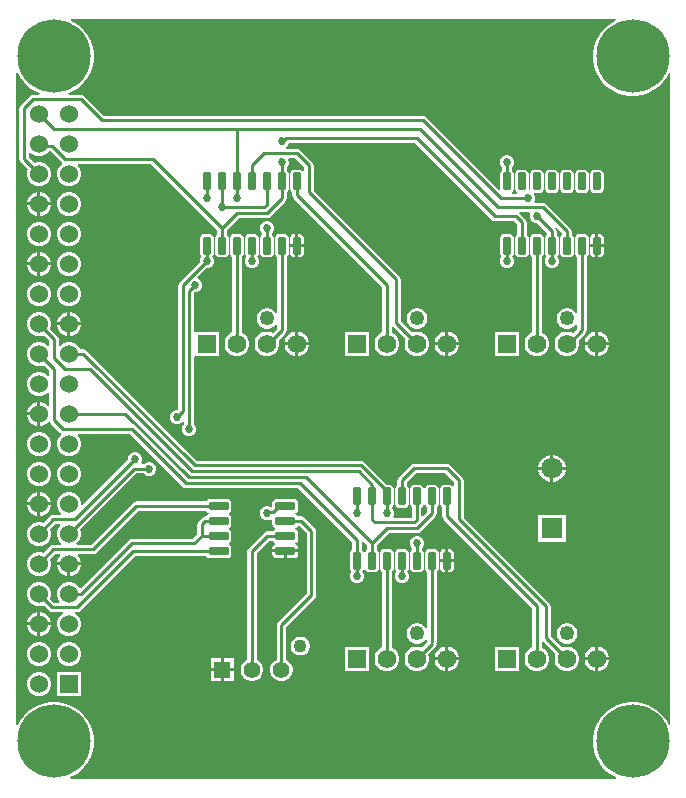
<source format=gtl>
G04*
G04 #@! TF.GenerationSoftware,Altium Limited,Altium Designer,23.0.1 (38)*
G04*
G04 Layer_Physical_Order=1*
G04 Layer_Color=255*
%FSLAX25Y25*%
%MOIN*%
G70*
G04*
G04 #@! TF.SameCoordinates,553BDD90-AE0F-47F2-8343-8C5094A07883*
G04*
G04*
G04 #@! TF.FilePolarity,Positive*
G04*
G01*
G75*
%ADD14C,0.01000*%
G04:AMPARAMS|DCode=15|XSize=23.62mil|YSize=57.09mil|CornerRadius=2.01mil|HoleSize=0mil|Usage=FLASHONLY|Rotation=180.000|XOffset=0mil|YOffset=0mil|HoleType=Round|Shape=RoundedRectangle|*
%AMROUNDEDRECTD15*
21,1,0.02362,0.05307,0,0,180.0*
21,1,0.01961,0.05709,0,0,180.0*
1,1,0.00402,-0.00980,0.02653*
1,1,0.00402,0.00980,0.02653*
1,1,0.00402,0.00980,-0.02653*
1,1,0.00402,-0.00980,-0.02653*
%
%ADD15ROUNDEDRECTD15*%
G04:AMPARAMS|DCode=16|XSize=25.59mil|YSize=64.96mil|CornerRadius=1.92mil|HoleSize=0mil|Usage=FLASHONLY|Rotation=90.000|XOffset=0mil|YOffset=0mil|HoleType=Round|Shape=RoundedRectangle|*
%AMROUNDEDRECTD16*
21,1,0.02559,0.06112,0,0,90.0*
21,1,0.02175,0.06496,0,0,90.0*
1,1,0.00384,0.03056,0.01088*
1,1,0.00384,0.03056,-0.01088*
1,1,0.00384,-0.03056,-0.01088*
1,1,0.00384,-0.03056,0.01088*
%
%ADD16ROUNDEDRECTD16*%
%ADD24C,0.04921*%
%ADD25C,0.06181*%
%ADD26R,0.06181X0.06181*%
%ADD27C,0.04331*%
%ADD28C,0.05512*%
%ADD29R,0.05512X0.05512*%
%ADD31C,0.07087*%
%ADD32R,0.07087X0.07087*%
%ADD33C,0.24410*%
%ADD34R,0.06000X0.06000*%
%ADD35C,0.06000*%
%ADD36C,0.02700*%
G36*
X301421Y354368D02*
X299993Y353640D01*
X298311Y352418D01*
X296841Y350949D01*
X295620Y349267D01*
X294676Y347415D01*
X294034Y345439D01*
X293709Y343386D01*
Y341307D01*
X294034Y339254D01*
X294676Y337278D01*
X295620Y335426D01*
X296841Y333744D01*
X298311Y332275D01*
X299993Y331053D01*
X301845Y330109D01*
X303821Y329467D01*
X305874Y329142D01*
X307953D01*
X310005Y329467D01*
X311982Y330109D01*
X313834Y331053D01*
X315516Y332275D01*
X316985Y333744D01*
X318207Y335426D01*
X318935Y336854D01*
X319435Y336734D01*
Y119612D01*
X318935Y119492D01*
X318207Y120921D01*
X316985Y122602D01*
X315516Y124072D01*
X313834Y125294D01*
X311982Y126237D01*
X310005Y126880D01*
X307953Y127205D01*
X305874D01*
X303821Y126880D01*
X301845Y126237D01*
X299993Y125294D01*
X298311Y124072D01*
X296841Y122602D01*
X295620Y120921D01*
X294676Y119069D01*
X294034Y117092D01*
X293709Y115039D01*
Y112961D01*
X294034Y110908D01*
X294676Y108931D01*
X295620Y107079D01*
X296841Y105398D01*
X298311Y103928D01*
X299993Y102706D01*
X301421Y101978D01*
X301301Y101478D01*
X119612D01*
X119492Y101978D01*
X120921Y102706D01*
X122602Y103928D01*
X124072Y105398D01*
X125294Y107079D01*
X126237Y108931D01*
X126880Y110908D01*
X127205Y112961D01*
Y115039D01*
X126880Y117092D01*
X126237Y119069D01*
X125294Y120921D01*
X124072Y122602D01*
X122602Y124072D01*
X120921Y125294D01*
X119069Y126237D01*
X117092Y126880D01*
X115039Y127205D01*
X112961D01*
X110908Y126880D01*
X108931Y126237D01*
X107079Y125294D01*
X105398Y124072D01*
X103928Y122602D01*
X102706Y120921D01*
X101978Y119492D01*
X101478Y119612D01*
Y336734D01*
X101978Y336854D01*
X102706Y335426D01*
X103928Y333744D01*
X105398Y332275D01*
X107079Y331053D01*
X108931Y330109D01*
X109196Y330023D01*
X109117Y329529D01*
X107000D01*
X106415Y329413D01*
X105919Y329081D01*
X102919Y326081D01*
X102587Y325585D01*
X102471Y325000D01*
Y308173D01*
X102587Y307588D01*
X102919Y307092D01*
X105280Y304730D01*
X105273Y304717D01*
X105000Y303700D01*
Y302647D01*
X105273Y301629D01*
X105799Y300717D01*
X106544Y299972D01*
X107456Y299446D01*
X108473Y299173D01*
X109527D01*
X110544Y299446D01*
X111456Y299972D01*
X112201Y300717D01*
X112727Y301629D01*
X113000Y302647D01*
Y303700D01*
X112727Y304717D01*
X112201Y305629D01*
X111456Y306374D01*
X110544Y306901D01*
X109527Y307173D01*
X108473D01*
X107456Y306901D01*
X107443Y306893D01*
X105529Y308807D01*
Y310280D01*
X106029Y310487D01*
X106544Y309972D01*
X107456Y309446D01*
X108473Y309173D01*
X109527D01*
X110544Y309446D01*
X111456Y309972D01*
X112201Y310717D01*
X112237Y310780D01*
X112866D01*
X116640Y307007D01*
X116666Y306444D01*
X116544Y306374D01*
X115799Y305629D01*
X115273Y304717D01*
X115000Y303700D01*
Y302647D01*
X115273Y301629D01*
X115799Y300717D01*
X116544Y299972D01*
X117456Y299446D01*
X118473Y299173D01*
X119527D01*
X120544Y299446D01*
X121456Y299972D01*
X122201Y300717D01*
X122727Y301629D01*
X123000Y302647D01*
Y303700D01*
X122727Y304717D01*
X122201Y305629D01*
X121860Y305971D01*
X122067Y306471D01*
X146367D01*
X168471Y284366D01*
Y283002D01*
X168154Y282791D01*
X167889Y282394D01*
X167795Y281925D01*
Y276618D01*
X167889Y276150D01*
X168154Y275752D01*
X168551Y275487D01*
X169020Y275394D01*
X170980D01*
X171449Y275487D01*
X171846Y275752D01*
X172111Y276150D01*
X172205Y276618D01*
Y281925D01*
X172111Y282394D01*
X171846Y282791D01*
X171529Y283002D01*
Y284366D01*
X175634Y288471D01*
X185000D01*
X185585Y288587D01*
X186081Y288919D01*
X191081Y293919D01*
X191413Y294415D01*
X191529Y295000D01*
Y296997D01*
X191846Y297209D01*
X192111Y297606D01*
X192205Y298075D01*
Y303382D01*
X192111Y303850D01*
X191846Y304248D01*
X191529Y304459D01*
Y305206D01*
X191992Y305669D01*
X192350Y306533D01*
Y307467D01*
X192142Y307971D01*
X192476Y308471D01*
X194367D01*
X197471Y305366D01*
Y304213D01*
X196971Y304061D01*
X196846Y304248D01*
X196449Y304513D01*
X195980Y304606D01*
X194020D01*
X193551Y304513D01*
X193154Y304248D01*
X192889Y303850D01*
X192795Y303382D01*
Y298075D01*
X192889Y297606D01*
X193154Y297209D01*
X193471Y296997D01*
Y296000D01*
X193587Y295415D01*
X193919Y294919D01*
X223471Y265367D01*
Y250321D01*
X223421Y250308D01*
X222488Y249769D01*
X221727Y249008D01*
X221188Y248075D01*
X220910Y247035D01*
Y245957D01*
X221188Y244917D01*
X221727Y243984D01*
X222488Y243223D01*
X223421Y242684D01*
X224462Y242406D01*
X225538D01*
X226579Y242684D01*
X227512Y243223D01*
X228273Y243984D01*
X228812Y244917D01*
X229090Y245957D01*
Y247035D01*
X228812Y248075D01*
X228273Y249008D01*
X227512Y249769D01*
X226579Y250308D01*
X226529Y250321D01*
Y252119D01*
X226592Y252167D01*
X227029Y252304D01*
X231214Y248119D01*
X231188Y248075D01*
X230909Y247035D01*
Y245957D01*
X231188Y244917D01*
X231727Y243984D01*
X232488Y243223D01*
X233421Y242684D01*
X234461Y242406D01*
X235539D01*
X236579Y242684D01*
X237512Y243223D01*
X238273Y243984D01*
X238812Y244917D01*
X239090Y245957D01*
Y247035D01*
X238812Y248075D01*
X238273Y249008D01*
X237512Y249769D01*
X236579Y250308D01*
X235539Y250587D01*
X234461D01*
X233421Y250308D01*
X233377Y250282D01*
X229529Y254130D01*
Y268000D01*
X229413Y268585D01*
X229081Y269081D01*
X200529Y297634D01*
Y306000D01*
X200413Y306585D01*
X200081Y307081D01*
X196081Y311081D01*
X195585Y311413D01*
X195000Y311529D01*
X191483D01*
X191360Y311918D01*
X191353Y312029D01*
X191992Y312669D01*
X192324Y313471D01*
X234366D01*
X259919Y287919D01*
X260415Y287587D01*
X261000Y287471D01*
X267367D01*
X268471Y286367D01*
Y283002D01*
X268154Y282791D01*
X267889Y282394D01*
X267795Y281925D01*
Y276618D01*
X267889Y276150D01*
X268154Y275752D01*
X268551Y275487D01*
X269020Y275394D01*
X270980D01*
X271449Y275487D01*
X271846Y275752D01*
X272111Y276150D01*
X272205Y276618D01*
Y281925D01*
X272111Y282394D01*
X271846Y282791D01*
X271529Y283002D01*
Y287000D01*
X271413Y287585D01*
X271081Y288081D01*
X269192Y289971D01*
X269329Y290408D01*
X269377Y290471D01*
X272524D01*
X272858Y289971D01*
X272650Y289467D01*
Y288533D01*
X273008Y287669D01*
X273669Y287008D01*
X274533Y286650D01*
X275187D01*
X278381Y283456D01*
X278345Y282919D01*
X278154Y282791D01*
X277889Y282394D01*
X277795Y281925D01*
Y276618D01*
X277889Y276150D01*
X278154Y275752D01*
X278179Y275502D01*
X278008Y275331D01*
X277650Y274467D01*
Y273533D01*
X278008Y272669D01*
X278669Y272008D01*
X279533Y271650D01*
X280467D01*
X281331Y272008D01*
X281992Y272669D01*
X282350Y273533D01*
Y274467D01*
X281992Y275331D01*
X281821Y275502D01*
X281846Y275752D01*
X282111Y276150D01*
X282205Y276618D01*
Y281925D01*
X282111Y282394D01*
X281846Y282791D01*
X281529Y283002D01*
Y284000D01*
X281413Y284585D01*
X281148Y284982D01*
X281536Y285301D01*
X283381Y283456D01*
X283345Y282919D01*
X283154Y282791D01*
X282889Y282394D01*
X282795Y281925D01*
Y276618D01*
X282889Y276150D01*
X283154Y275752D01*
X283551Y275487D01*
X284020Y275394D01*
X285980D01*
X286449Y275487D01*
X286846Y275752D01*
X287111Y276150D01*
X287205Y276618D01*
Y281925D01*
X287111Y282394D01*
X286846Y282791D01*
X286529Y283002D01*
Y284000D01*
X286413Y284585D01*
X286081Y285081D01*
X278081Y293081D01*
X277585Y293413D01*
X277000Y293529D01*
X274476D01*
X274142Y294029D01*
X274350Y294533D01*
Y295467D01*
X273992Y296331D01*
X273956Y296367D01*
X273965Y296433D01*
X274180Y296850D01*
X275980D01*
X276449Y296944D01*
X276846Y297209D01*
X277111Y297606D01*
X277205Y298075D01*
Y303382D01*
X277111Y303850D01*
X276846Y304248D01*
X276449Y304513D01*
X275980Y304606D01*
X274020D01*
X273551Y304513D01*
X273154Y304248D01*
X272889Y303850D01*
X272795Y303382D01*
Y298203D01*
X272569Y297899D01*
X272485Y297833D01*
X272205Y298075D01*
Y303382D01*
X272111Y303850D01*
X271846Y304248D01*
X271449Y304513D01*
X270980Y304606D01*
X269020D01*
X268551Y304513D01*
X268154Y304248D01*
X267889Y303850D01*
X267795Y303382D01*
Y298075D01*
X267889Y297606D01*
X268154Y297209D01*
X268423Y297029D01*
X268271Y296529D01*
X266729D01*
X266577Y297029D01*
X266846Y297209D01*
X267111Y297606D01*
X267205Y298075D01*
Y303382D01*
X267111Y303850D01*
X266846Y304248D01*
X266529Y304459D01*
Y305206D01*
X266992Y305669D01*
X267350Y306533D01*
Y307467D01*
X266992Y308331D01*
X266331Y308992D01*
X265467Y309350D01*
X264533D01*
X263669Y308992D01*
X263008Y308331D01*
X262650Y307467D01*
Y306533D01*
X263008Y305669D01*
X263471Y305206D01*
Y304459D01*
X263154Y304248D01*
X262889Y303850D01*
X262795Y303382D01*
Y298075D01*
X262795Y298075D01*
X262335Y297828D01*
X238081Y322081D01*
X237585Y322413D01*
X237000Y322529D01*
X130633D01*
X124081Y329081D01*
X123585Y329413D01*
X123000Y329529D01*
X118883D01*
X118804Y330023D01*
X119069Y330109D01*
X120921Y331053D01*
X122602Y332275D01*
X124072Y333744D01*
X125294Y335426D01*
X126237Y337278D01*
X126880Y339254D01*
X127205Y341307D01*
Y343386D01*
X126880Y345439D01*
X126237Y347415D01*
X125294Y349267D01*
X124072Y350949D01*
X122602Y352418D01*
X120921Y353640D01*
X119492Y354368D01*
X119612Y354868D01*
X301301D01*
X301421Y354368D01*
D02*
G37*
%LPC*%
G36*
X295980Y304606D02*
X294020D01*
X293551Y304513D01*
X293154Y304248D01*
X292889Y303850D01*
X292795Y303382D01*
Y298075D01*
X292889Y297606D01*
X293154Y297209D01*
X293551Y296944D01*
X294020Y296850D01*
X295980D01*
X296449Y296944D01*
X296846Y297209D01*
X297111Y297606D01*
X297205Y298075D01*
Y303382D01*
X297111Y303850D01*
X296846Y304248D01*
X296449Y304513D01*
X295980Y304606D01*
D02*
G37*
G36*
X290980D02*
X289020D01*
X288551Y304513D01*
X288154Y304248D01*
X287889Y303850D01*
X287795Y303382D01*
Y298075D01*
X287889Y297606D01*
X288154Y297209D01*
X288551Y296944D01*
X289020Y296850D01*
X290980D01*
X291449Y296944D01*
X291846Y297209D01*
X292111Y297606D01*
X292205Y298075D01*
Y303382D01*
X292111Y303850D01*
X291846Y304248D01*
X291449Y304513D01*
X290980Y304606D01*
D02*
G37*
G36*
X285980D02*
X284020D01*
X283551Y304513D01*
X283154Y304248D01*
X282889Y303850D01*
X282795Y303382D01*
Y298075D01*
X282889Y297606D01*
X283154Y297209D01*
X283551Y296944D01*
X284020Y296850D01*
X285980D01*
X286449Y296944D01*
X286846Y297209D01*
X287111Y297606D01*
X287205Y298075D01*
Y303382D01*
X287111Y303850D01*
X286846Y304248D01*
X286449Y304513D01*
X285980Y304606D01*
D02*
G37*
G36*
X280980D02*
X279020D01*
X278551Y304513D01*
X278154Y304248D01*
X277889Y303850D01*
X277795Y303382D01*
Y298075D01*
X277889Y297606D01*
X278154Y297209D01*
X278551Y296944D01*
X279020Y296850D01*
X280980D01*
X281449Y296944D01*
X281846Y297209D01*
X282111Y297606D01*
X282205Y298075D01*
Y303382D01*
X282111Y303850D01*
X281846Y304248D01*
X281449Y304513D01*
X280980Y304606D01*
D02*
G37*
G36*
X109527Y297173D02*
X109500D01*
Y293673D01*
X113000D01*
Y293700D01*
X112727Y294717D01*
X112201Y295629D01*
X111456Y296374D01*
X110544Y296901D01*
X109527Y297173D01*
D02*
G37*
G36*
X108500D02*
X108473D01*
X107456Y296901D01*
X106544Y296374D01*
X105799Y295629D01*
X105273Y294717D01*
X105000Y293700D01*
Y293673D01*
X108500D01*
Y297173D01*
D02*
G37*
G36*
X119527D02*
X118473D01*
X117456Y296901D01*
X116544Y296374D01*
X115799Y295629D01*
X115273Y294717D01*
X115000Y293700D01*
Y292647D01*
X115273Y291629D01*
X115799Y290717D01*
X116544Y289972D01*
X117456Y289446D01*
X118473Y289173D01*
X119527D01*
X120544Y289446D01*
X121456Y289972D01*
X122201Y290717D01*
X122727Y291629D01*
X123000Y292647D01*
Y293700D01*
X122727Y294717D01*
X122201Y295629D01*
X121456Y296374D01*
X120544Y296901D01*
X119527Y297173D01*
D02*
G37*
G36*
X113000Y292673D02*
X109500D01*
Y289173D01*
X109527D01*
X110544Y289446D01*
X111456Y289972D01*
X112201Y290717D01*
X112727Y291629D01*
X113000Y292647D01*
Y292673D01*
D02*
G37*
G36*
X108500D02*
X105000D01*
Y292647D01*
X105273Y291629D01*
X105799Y290717D01*
X106544Y289972D01*
X107456Y289446D01*
X108473Y289173D01*
X108500D01*
Y292673D01*
D02*
G37*
G36*
X195980Y283150D02*
X195500D01*
Y279772D01*
X197205D01*
Y281925D01*
X197111Y282394D01*
X196846Y282791D01*
X196449Y283056D01*
X195980Y283150D01*
D02*
G37*
G36*
X295980D02*
X295500D01*
Y279772D01*
X297205D01*
Y281925D01*
X297111Y282394D01*
X296846Y282791D01*
X296449Y283056D01*
X295980Y283150D01*
D02*
G37*
G36*
X194500D02*
X194020D01*
X193551Y283056D01*
X193154Y282791D01*
X192889Y282394D01*
X192795Y281925D01*
Y279772D01*
X194500D01*
Y283150D01*
D02*
G37*
G36*
X294500D02*
X294020D01*
X293551Y283056D01*
X293154Y282791D01*
X292889Y282394D01*
X292795Y281925D01*
Y279772D01*
X294500D01*
Y283150D01*
D02*
G37*
G36*
X119527Y287173D02*
X118473D01*
X117456Y286901D01*
X116544Y286374D01*
X115799Y285629D01*
X115273Y284717D01*
X115000Y283700D01*
Y282647D01*
X115273Y281629D01*
X115799Y280717D01*
X116544Y279972D01*
X117456Y279446D01*
X118473Y279173D01*
X119527D01*
X120544Y279446D01*
X121456Y279972D01*
X122201Y280717D01*
X122727Y281629D01*
X123000Y282647D01*
Y283700D01*
X122727Y284717D01*
X122201Y285629D01*
X121456Y286374D01*
X120544Y286901D01*
X119527Y287173D01*
D02*
G37*
G36*
X109527D02*
X108473D01*
X107456Y286901D01*
X106544Y286374D01*
X105799Y285629D01*
X105273Y284717D01*
X105000Y283700D01*
Y282647D01*
X105273Y281629D01*
X105799Y280717D01*
X106544Y279972D01*
X107456Y279446D01*
X108473Y279173D01*
X109527D01*
X110544Y279446D01*
X111456Y279972D01*
X112201Y280717D01*
X112727Y281629D01*
X113000Y282647D01*
Y283700D01*
X112727Y284717D01*
X112201Y285629D01*
X111456Y286374D01*
X110544Y286901D01*
X109527Y287173D01*
D02*
G37*
G36*
X297205Y278772D02*
X295500D01*
Y275394D01*
X295980D01*
X296449Y275487D01*
X296846Y275752D01*
X297111Y276150D01*
X297205Y276618D01*
Y278772D01*
D02*
G37*
G36*
X294500D02*
X292795D01*
Y276618D01*
X292889Y276150D01*
X293154Y275752D01*
X293551Y275487D01*
X294020Y275394D01*
X294500D01*
Y278772D01*
D02*
G37*
G36*
X197205D02*
X195500D01*
Y275394D01*
X195980D01*
X196449Y275487D01*
X196846Y275752D01*
X197111Y276150D01*
X197205Y276618D01*
Y278772D01*
D02*
G37*
G36*
X194500D02*
X192795D01*
Y276618D01*
X192889Y276150D01*
X193154Y275752D01*
X193551Y275487D01*
X194020Y275394D01*
X194500D01*
Y278772D01*
D02*
G37*
G36*
X185467Y287350D02*
X184533D01*
X183669Y286992D01*
X183008Y286331D01*
X182650Y285467D01*
Y284533D01*
X183008Y283669D01*
X183247Y283429D01*
X183197Y282820D01*
X183154Y282791D01*
X182889Y282394D01*
X182795Y281925D01*
Y276618D01*
X182889Y276150D01*
X183154Y275752D01*
X183551Y275487D01*
X184020Y275394D01*
X185980D01*
X186449Y275487D01*
X186846Y275752D01*
X187111Y276150D01*
X187205Y276618D01*
Y281925D01*
X187111Y282394D01*
X186846Y282791D01*
X186803Y282820D01*
X186752Y283429D01*
X186992Y283669D01*
X187350Y284533D01*
Y285467D01*
X186992Y286331D01*
X186331Y286992D01*
X185467Y287350D01*
D02*
G37*
G36*
X109527Y277173D02*
X109500D01*
Y273673D01*
X113000D01*
Y273700D01*
X112727Y274717D01*
X112201Y275629D01*
X111456Y276374D01*
X110544Y276901D01*
X109527Y277173D01*
D02*
G37*
G36*
X108500D02*
X108473D01*
X107456Y276901D01*
X106544Y276374D01*
X105799Y275629D01*
X105273Y274717D01*
X105000Y273700D01*
Y273673D01*
X108500D01*
Y277173D01*
D02*
G37*
G36*
X265980Y283150D02*
X264020D01*
X263551Y283056D01*
X263154Y282791D01*
X262889Y282394D01*
X262795Y281925D01*
Y276618D01*
X262889Y276150D01*
X263154Y275752D01*
X263179Y275502D01*
X263008Y275331D01*
X262650Y274467D01*
Y273533D01*
X263008Y272669D01*
X263669Y272008D01*
X264533Y271650D01*
X265467D01*
X266331Y272008D01*
X266992Y272669D01*
X267350Y273533D01*
Y274467D01*
X266992Y275331D01*
X266821Y275502D01*
X266846Y275752D01*
X267111Y276150D01*
X267205Y276618D01*
Y281925D01*
X267111Y282394D01*
X266846Y282791D01*
X266449Y283056D01*
X265980Y283150D01*
D02*
G37*
G36*
X180980D02*
X179020D01*
X178551Y283056D01*
X178154Y282791D01*
X177889Y282394D01*
X177795Y281925D01*
Y276618D01*
X177889Y276150D01*
X178154Y275752D01*
X178179Y275502D01*
X178008Y275331D01*
X177650Y274467D01*
Y273533D01*
X178008Y272669D01*
X178669Y272008D01*
X179533Y271650D01*
X180467D01*
X181331Y272008D01*
X181992Y272669D01*
X182350Y273533D01*
Y274467D01*
X181992Y275331D01*
X181821Y275502D01*
X181846Y275752D01*
X182111Y276150D01*
X182205Y276618D01*
Y281925D01*
X182111Y282394D01*
X181846Y282791D01*
X181449Y283056D01*
X180980Y283150D01*
D02*
G37*
G36*
X119527Y277173D02*
X118473D01*
X117456Y276901D01*
X116544Y276374D01*
X115799Y275629D01*
X115273Y274717D01*
X115000Y273700D01*
Y272647D01*
X115273Y271629D01*
X115799Y270717D01*
X116544Y269972D01*
X117456Y269446D01*
X118473Y269173D01*
X119527D01*
X120544Y269446D01*
X121456Y269972D01*
X122201Y270717D01*
X122727Y271629D01*
X123000Y272647D01*
Y273700D01*
X122727Y274717D01*
X122201Y275629D01*
X121456Y276374D01*
X120544Y276901D01*
X119527Y277173D01*
D02*
G37*
G36*
X113000Y272673D02*
X109500D01*
Y269173D01*
X109527D01*
X110544Y269446D01*
X111456Y269972D01*
X112201Y270717D01*
X112727Y271629D01*
X113000Y272647D01*
Y272673D01*
D02*
G37*
G36*
X108500D02*
X105000D01*
Y272647D01*
X105273Y271629D01*
X105799Y270717D01*
X106544Y269972D01*
X107456Y269446D01*
X108473Y269173D01*
X108500D01*
Y272673D01*
D02*
G37*
G36*
X119527Y267173D02*
X118473D01*
X117456Y266901D01*
X116544Y266374D01*
X115799Y265629D01*
X115273Y264717D01*
X115000Y263700D01*
Y262647D01*
X115273Y261629D01*
X115799Y260717D01*
X116544Y259972D01*
X117456Y259446D01*
X118473Y259173D01*
X119527D01*
X120544Y259446D01*
X121456Y259972D01*
X122201Y260717D01*
X122727Y261629D01*
X123000Y262647D01*
Y263700D01*
X122727Y264717D01*
X122201Y265629D01*
X121456Y266374D01*
X120544Y266901D01*
X119527Y267173D01*
D02*
G37*
G36*
X109527D02*
X108473D01*
X107456Y266901D01*
X106544Y266374D01*
X105799Y265629D01*
X105273Y264717D01*
X105000Y263700D01*
Y262647D01*
X105273Y261629D01*
X105799Y260717D01*
X106544Y259972D01*
X107456Y259446D01*
X108473Y259173D01*
X109527D01*
X110544Y259446D01*
X111456Y259972D01*
X112201Y260717D01*
X112727Y261629D01*
X113000Y262647D01*
Y263700D01*
X112727Y264717D01*
X112201Y265629D01*
X111456Y266374D01*
X110544Y266901D01*
X109527Y267173D01*
D02*
G37*
G36*
X290980Y283150D02*
X289020D01*
X288551Y283056D01*
X288154Y282791D01*
X287889Y282394D01*
X287795Y281925D01*
Y276618D01*
X287889Y276150D01*
X288154Y275752D01*
X288471Y275541D01*
Y256910D01*
X287971Y256776D01*
X287769Y257125D01*
X287125Y257769D01*
X286336Y258225D01*
X285456Y258461D01*
X284544D01*
X283664Y258225D01*
X282875Y257769D01*
X282231Y257125D01*
X281775Y256336D01*
X281539Y255456D01*
Y254544D01*
X281775Y253664D01*
X282231Y252875D01*
X282875Y252231D01*
X283664Y251775D01*
X284544Y251539D01*
X285456D01*
X286336Y251775D01*
X287125Y252231D01*
X287769Y252875D01*
X287971Y253224D01*
X288471Y253090D01*
Y251634D01*
X286938Y250101D01*
X286579Y250308D01*
X285539Y250587D01*
X284461D01*
X283421Y250308D01*
X282488Y249769D01*
X281727Y249008D01*
X281188Y248075D01*
X280909Y247035D01*
Y245957D01*
X281188Y244917D01*
X281727Y243984D01*
X282488Y243223D01*
X283421Y242684D01*
X284461Y242406D01*
X285539D01*
X286579Y242684D01*
X287512Y243223D01*
X288273Y243984D01*
X288812Y244917D01*
X289090Y245957D01*
Y247035D01*
X288902Y247739D01*
X291081Y249919D01*
X291413Y250415D01*
X291529Y251000D01*
Y275541D01*
X291846Y275752D01*
X292111Y276150D01*
X292205Y276618D01*
Y281925D01*
X292111Y282394D01*
X291846Y282791D01*
X291449Y283056D01*
X290980Y283150D01*
D02*
G37*
G36*
X190980D02*
X189020D01*
X188551Y283056D01*
X188154Y282791D01*
X187889Y282394D01*
X187795Y281925D01*
Y276618D01*
X187889Y276150D01*
X188154Y275752D01*
X188471Y275541D01*
Y256910D01*
X187971Y256776D01*
X187769Y257125D01*
X187125Y257769D01*
X186336Y258225D01*
X185456Y258461D01*
X184544D01*
X183664Y258225D01*
X182875Y257769D01*
X182231Y257125D01*
X181775Y256336D01*
X181539Y255456D01*
Y254544D01*
X181775Y253664D01*
X182231Y252875D01*
X182875Y252231D01*
X183664Y251775D01*
X184544Y251539D01*
X185456D01*
X186336Y251775D01*
X187125Y252231D01*
X187769Y252875D01*
X187971Y253224D01*
X188471Y253090D01*
Y251634D01*
X186938Y250101D01*
X186579Y250308D01*
X185538Y250587D01*
X184461D01*
X183421Y250308D01*
X182488Y249769D01*
X181727Y249008D01*
X181188Y248075D01*
X180909Y247035D01*
Y245957D01*
X181188Y244917D01*
X181727Y243984D01*
X182488Y243223D01*
X183421Y242684D01*
X184461Y242406D01*
X185538D01*
X186579Y242684D01*
X187512Y243223D01*
X188273Y243984D01*
X188812Y244917D01*
X189091Y245957D01*
Y247035D01*
X188902Y247739D01*
X191081Y249919D01*
X191413Y250415D01*
X191529Y251000D01*
Y275541D01*
X191846Y275752D01*
X192111Y276150D01*
X192205Y276618D01*
Y281925D01*
X192111Y282394D01*
X191846Y282791D01*
X191449Y283056D01*
X190980Y283150D01*
D02*
G37*
G36*
X119527Y257173D02*
X119500D01*
Y253673D01*
X123000D01*
Y253700D01*
X122727Y254717D01*
X122201Y255629D01*
X121456Y256374D01*
X120544Y256901D01*
X119527Y257173D01*
D02*
G37*
G36*
X118500D02*
X118473D01*
X117456Y256901D01*
X116544Y256374D01*
X115799Y255629D01*
X115273Y254717D01*
X115000Y253700D01*
Y253673D01*
X118500D01*
Y257173D01*
D02*
G37*
G36*
X235456Y258461D02*
X234544D01*
X233664Y258225D01*
X232875Y257769D01*
X232231Y257125D01*
X231775Y256336D01*
X231539Y255456D01*
Y254544D01*
X231775Y253664D01*
X232231Y252875D01*
X232875Y252231D01*
X233664Y251775D01*
X234544Y251539D01*
X235456D01*
X236336Y251775D01*
X237125Y252231D01*
X237769Y252875D01*
X238225Y253664D01*
X238461Y254544D01*
Y255456D01*
X238225Y256336D01*
X237769Y257125D01*
X237125Y257769D01*
X236336Y258225D01*
X235456Y258461D01*
D02*
G37*
G36*
X123000Y252673D02*
X119500D01*
Y249173D01*
X119527D01*
X120544Y249446D01*
X121456Y249972D01*
X122201Y250717D01*
X122727Y251629D01*
X123000Y252647D01*
Y252673D01*
D02*
G37*
G36*
X118500D02*
X115000D01*
Y252647D01*
X115273Y251629D01*
X115799Y250717D01*
X116544Y249972D01*
X117456Y249446D01*
X118473Y249173D01*
X118500D01*
Y252673D01*
D02*
G37*
G36*
X195538Y250587D02*
X195500D01*
Y246996D01*
X199091D01*
Y247035D01*
X198812Y248075D01*
X198273Y249008D01*
X197512Y249769D01*
X196579Y250308D01*
X195538Y250587D01*
D02*
G37*
G36*
X295538D02*
X295500D01*
Y246996D01*
X299091D01*
Y247035D01*
X298812Y248075D01*
X298273Y249008D01*
X297512Y249769D01*
X296579Y250308D01*
X295538Y250587D01*
D02*
G37*
G36*
X245538D02*
X245500D01*
Y246996D01*
X249091D01*
Y247035D01*
X248812Y248075D01*
X248273Y249008D01*
X247512Y249769D01*
X246579Y250308D01*
X245538Y250587D01*
D02*
G37*
G36*
X194500D02*
X194462D01*
X193421Y250308D01*
X192488Y249769D01*
X191727Y249008D01*
X191188Y248075D01*
X190909Y247035D01*
Y246996D01*
X194500D01*
Y250587D01*
D02*
G37*
G36*
X244500D02*
X244461D01*
X243421Y250308D01*
X242488Y249769D01*
X241727Y249008D01*
X241188Y248075D01*
X240910Y247035D01*
Y246996D01*
X244500D01*
Y250587D01*
D02*
G37*
G36*
X294500D02*
X294461D01*
X293421Y250308D01*
X292488Y249769D01*
X291727Y249008D01*
X291188Y248075D01*
X290910Y247035D01*
Y246996D01*
X294500D01*
Y250587D01*
D02*
G37*
G36*
X109527Y257173D02*
X108473D01*
X107456Y256901D01*
X106544Y256374D01*
X105799Y255629D01*
X105273Y254717D01*
X105000Y253700D01*
Y252647D01*
X105273Y251629D01*
X105799Y250717D01*
X106544Y249972D01*
X107456Y249446D01*
X108473Y249173D01*
X109527D01*
X110544Y249446D01*
X110557Y249453D01*
X112471Y247540D01*
Y246067D01*
X111971Y245860D01*
X111456Y246374D01*
X110544Y246901D01*
X109527Y247173D01*
X108473D01*
X107456Y246901D01*
X106544Y246374D01*
X105799Y245629D01*
X105273Y244717D01*
X105000Y243700D01*
Y242647D01*
X105273Y241629D01*
X105799Y240717D01*
X106544Y239972D01*
X107456Y239446D01*
X108473Y239173D01*
X109527D01*
X110544Y239446D01*
X110557Y239453D01*
X112471Y237540D01*
Y236067D01*
X111971Y235859D01*
X111456Y236374D01*
X110544Y236901D01*
X109527Y237173D01*
X108473D01*
X107456Y236901D01*
X106544Y236374D01*
X105799Y235629D01*
X105273Y234717D01*
X105000Y233700D01*
Y232647D01*
X105273Y231629D01*
X105799Y230717D01*
X106544Y229972D01*
X107456Y229446D01*
X108473Y229173D01*
X109527D01*
X110544Y229446D01*
X111456Y229972D01*
X111971Y230487D01*
X112471Y230280D01*
Y226067D01*
X111971Y225859D01*
X111456Y226374D01*
X110544Y226901D01*
X109527Y227173D01*
X109500D01*
Y223173D01*
Y219173D01*
X109527D01*
X110544Y219446D01*
X111456Y219972D01*
X112048Y220564D01*
X112576Y220435D01*
X112584Y220429D01*
X112587Y220415D01*
X112919Y219919D01*
X115919Y216919D01*
X116199Y216731D01*
X116301Y216170D01*
X116287Y216117D01*
X115799Y215629D01*
X115273Y214717D01*
X115000Y213700D01*
Y212647D01*
X115273Y211629D01*
X115799Y210717D01*
X116544Y209972D01*
X117456Y209446D01*
X118473Y209173D01*
X119527D01*
X120544Y209446D01*
X121456Y209972D01*
X122201Y210717D01*
X122727Y211629D01*
X123000Y212647D01*
Y213700D01*
X122727Y214717D01*
X122201Y215629D01*
X121860Y215971D01*
X122067Y216471D01*
X139366D01*
X156919Y198919D01*
X157415Y198587D01*
X158000Y198471D01*
X195367D01*
X213471Y180367D01*
Y178003D01*
X213154Y177791D01*
X212889Y177394D01*
X212795Y176925D01*
Y171618D01*
X212889Y171150D01*
X213154Y170752D01*
X213179Y170502D01*
X213008Y170331D01*
X212650Y169467D01*
Y168533D01*
X213008Y167669D01*
X213669Y167008D01*
X214533Y166650D01*
X215467D01*
X216331Y167008D01*
X216992Y167669D01*
X217350Y168533D01*
Y169467D01*
X216992Y170331D01*
X216821Y170502D01*
X216846Y170752D01*
X217111Y171150D01*
X217205Y171618D01*
Y176925D01*
X217111Y177394D01*
X216846Y177791D01*
X216529Y178003D01*
Y180601D01*
X217029Y180808D01*
X218471Y179367D01*
Y178003D01*
X218154Y177791D01*
X217889Y177394D01*
X217795Y176925D01*
Y171618D01*
X217889Y171150D01*
X218154Y170752D01*
X218551Y170487D01*
X219020Y170394D01*
X220980D01*
X221449Y170487D01*
X221846Y170752D01*
X222111Y171150D01*
X222205Y171618D01*
Y176925D01*
X222111Y177394D01*
X221846Y177791D01*
X221529Y178003D01*
Y179367D01*
X225634Y183471D01*
X235000D01*
X235585Y183587D01*
X236081Y183919D01*
X241081Y188919D01*
X241413Y189415D01*
X241529Y190000D01*
Y191998D01*
X241846Y192209D01*
X242111Y192606D01*
X242205Y193075D01*
Y198382D01*
X242111Y198850D01*
X241846Y199248D01*
X241449Y199513D01*
X240980Y199606D01*
X239020D01*
X238551Y199513D01*
X238154Y199248D01*
X237889Y198850D01*
X237795Y198382D01*
Y193075D01*
X237889Y192606D01*
X238154Y192209D01*
X238471Y191998D01*
Y190633D01*
X236951Y189114D01*
X236489Y189305D01*
Y191971D01*
X236846Y192209D01*
X237111Y192606D01*
X237205Y193075D01*
Y198382D01*
X237111Y198850D01*
X236846Y199248D01*
X236449Y199513D01*
X235980Y199606D01*
X234020D01*
X233551Y199513D01*
X233154Y199248D01*
X232889Y198850D01*
X232795Y198382D01*
Y193075D01*
X232889Y192606D01*
X233154Y192209D01*
X233430Y192024D01*
Y188593D01*
X233366Y188529D01*
X227476D01*
X227142Y189029D01*
X227350Y189533D01*
Y190467D01*
X226992Y191331D01*
X226752Y191571D01*
X226803Y192181D01*
X226846Y192209D01*
X227111Y192606D01*
X227205Y193075D01*
Y198382D01*
X227111Y198850D01*
X226846Y199248D01*
X226449Y199513D01*
X225980Y199606D01*
X224958D01*
X217483Y207081D01*
X216987Y207413D01*
X216402Y207529D01*
X161634D01*
X124893Y244270D01*
X124397Y244601D01*
X123811Y244718D01*
X123735Y244703D01*
X122731D01*
X122727Y244717D01*
X122201Y245629D01*
X121456Y246374D01*
X120544Y246901D01*
X119527Y247173D01*
X118473D01*
X117456Y246901D01*
X116544Y246374D01*
X116029Y245860D01*
X115529Y246067D01*
Y248173D01*
X115413Y248759D01*
X115081Y249255D01*
X112720Y251616D01*
X112727Y251629D01*
X113000Y252647D01*
Y253700D01*
X112727Y254717D01*
X112201Y255629D01*
X111456Y256374D01*
X110544Y256901D01*
X109527Y257173D01*
D02*
G37*
G36*
X299091Y245996D02*
X295500D01*
Y242406D01*
X295538D01*
X296579Y242684D01*
X297512Y243223D01*
X298273Y243984D01*
X298812Y244917D01*
X299091Y245957D01*
Y245996D01*
D02*
G37*
G36*
X294500D02*
X290910D01*
Y245957D01*
X291188Y244917D01*
X291727Y243984D01*
X292488Y243223D01*
X293421Y242684D01*
X294461Y242406D01*
X294500D01*
Y245996D01*
D02*
G37*
G36*
X275980Y283150D02*
X274020D01*
X273551Y283056D01*
X273154Y282791D01*
X272889Y282394D01*
X272795Y281925D01*
Y276618D01*
X272889Y276150D01*
X273154Y275752D01*
X273471Y275541D01*
Y250321D01*
X273421Y250308D01*
X272488Y249769D01*
X271727Y249008D01*
X271188Y248075D01*
X270910Y247035D01*
Y245957D01*
X271188Y244917D01*
X271727Y243984D01*
X272488Y243223D01*
X273421Y242684D01*
X274462Y242406D01*
X275538D01*
X276579Y242684D01*
X277512Y243223D01*
X278273Y243984D01*
X278812Y244917D01*
X279090Y245957D01*
Y247035D01*
X278812Y248075D01*
X278273Y249008D01*
X277512Y249769D01*
X276579Y250308D01*
X276529Y250321D01*
Y275541D01*
X276846Y275752D01*
X277111Y276150D01*
X277205Y276618D01*
Y281925D01*
X277111Y282394D01*
X276846Y282791D01*
X276449Y283056D01*
X275980Y283150D01*
D02*
G37*
G36*
X269091Y250587D02*
X260910D01*
Y242406D01*
X269091D01*
Y250587D01*
D02*
G37*
G36*
X249091Y245996D02*
X245500D01*
Y242406D01*
X245538D01*
X246579Y242684D01*
X247512Y243223D01*
X248273Y243984D01*
X248812Y244917D01*
X249091Y245957D01*
Y245996D01*
D02*
G37*
G36*
X244500D02*
X240910D01*
Y245957D01*
X241188Y244917D01*
X241727Y243984D01*
X242488Y243223D01*
X243421Y242684D01*
X244461Y242406D01*
X244500D01*
Y245996D01*
D02*
G37*
G36*
X219091Y250587D02*
X210910D01*
Y242406D01*
X219091D01*
Y250587D01*
D02*
G37*
G36*
X199091Y245996D02*
X195500D01*
Y242406D01*
X195538D01*
X196579Y242684D01*
X197512Y243223D01*
X198273Y243984D01*
X198812Y244917D01*
X199091Y245957D01*
Y245996D01*
D02*
G37*
G36*
X194500D02*
X190909D01*
Y245957D01*
X191188Y244917D01*
X191727Y243984D01*
X192488Y243223D01*
X193421Y242684D01*
X194462Y242406D01*
X194500D01*
Y245996D01*
D02*
G37*
G36*
X175980Y283150D02*
X174020D01*
X173551Y283056D01*
X173154Y282791D01*
X172889Y282394D01*
X172795Y281925D01*
Y276618D01*
X172889Y276150D01*
X173154Y275752D01*
X173471Y275541D01*
Y250321D01*
X173421Y250308D01*
X172488Y249769D01*
X171727Y249008D01*
X171188Y248075D01*
X170909Y247035D01*
Y245957D01*
X171188Y244917D01*
X171727Y243984D01*
X172488Y243223D01*
X173421Y242684D01*
X174461Y242406D01*
X175539D01*
X176579Y242684D01*
X177512Y243223D01*
X178273Y243984D01*
X178812Y244917D01*
X179091Y245957D01*
Y247035D01*
X178812Y248075D01*
X178273Y249008D01*
X177512Y249769D01*
X176579Y250308D01*
X176529Y250321D01*
Y275541D01*
X176846Y275752D01*
X177111Y276150D01*
X177205Y276618D01*
Y281925D01*
X177111Y282394D01*
X176846Y282791D01*
X176449Y283056D01*
X175980Y283150D01*
D02*
G37*
G36*
X108500Y227173D02*
X108473D01*
X107456Y226901D01*
X106544Y226374D01*
X105799Y225629D01*
X105273Y224717D01*
X105000Y223700D01*
Y223673D01*
X108500D01*
Y227173D01*
D02*
G37*
G36*
Y222673D02*
X105000D01*
Y222647D01*
X105273Y221629D01*
X105799Y220717D01*
X106544Y219972D01*
X107456Y219446D01*
X108473Y219173D01*
X108500D01*
Y222673D01*
D02*
G37*
G36*
X165980Y283150D02*
X164020D01*
X163551Y283056D01*
X163154Y282791D01*
X162889Y282394D01*
X162795Y281925D01*
Y276618D01*
X162889Y276150D01*
X163154Y275752D01*
X163179Y275502D01*
X163008Y275331D01*
X162650Y274467D01*
Y273813D01*
X161293Y272456D01*
X161201Y272394D01*
X155919Y267112D01*
X155587Y266616D01*
X155471Y266031D01*
Y224664D01*
X155157Y224350D01*
X154533D01*
X153669Y223992D01*
X153008Y223331D01*
X152650Y222467D01*
Y221533D01*
X153008Y220669D01*
X153669Y220008D01*
X154533Y219650D01*
X155467D01*
X156331Y220008D01*
X156971Y220647D01*
X157082Y220640D01*
X157471Y220517D01*
Y219794D01*
X157008Y219331D01*
X156650Y218467D01*
Y217533D01*
X157008Y216669D01*
X157669Y216008D01*
X158533Y215650D01*
X159467D01*
X160331Y216008D01*
X160992Y216669D01*
X161350Y217533D01*
Y218467D01*
X160992Y219331D01*
X160529Y219794D01*
Y242116D01*
X160909Y242406D01*
X161029Y242406D01*
X169091D01*
Y250587D01*
X161029D01*
X160909Y250587D01*
X160529Y250876D01*
Y263367D01*
X160813Y263650D01*
X161467D01*
X162331Y264008D01*
X162992Y264669D01*
X163350Y265533D01*
Y266467D01*
X162992Y267331D01*
X162331Y267992D01*
X161894Y268173D01*
X161796Y268664D01*
X163302Y270170D01*
X163394Y270231D01*
X164813Y271650D01*
X165467D01*
X166331Y272008D01*
X166992Y272669D01*
X167350Y273533D01*
Y274467D01*
X166992Y275331D01*
X166821Y275502D01*
X166846Y275752D01*
X167111Y276150D01*
X167205Y276618D01*
Y281925D01*
X167111Y282394D01*
X166846Y282791D01*
X166449Y283056D01*
X165980Y283150D01*
D02*
G37*
G36*
X109527Y217173D02*
X108473D01*
X107456Y216901D01*
X106544Y216374D01*
X105799Y215629D01*
X105273Y214717D01*
X105000Y213700D01*
Y212647D01*
X105273Y211629D01*
X105799Y210717D01*
X106544Y209972D01*
X107456Y209446D01*
X108473Y209173D01*
X109527D01*
X110544Y209446D01*
X111456Y209972D01*
X112201Y210717D01*
X112727Y211629D01*
X113000Y212647D01*
Y213700D01*
X112727Y214717D01*
X112201Y215629D01*
X111456Y216374D01*
X110544Y216901D01*
X109527Y217173D01*
D02*
G37*
G36*
X280598Y209543D02*
X280500D01*
Y205500D01*
X284543D01*
Y205598D01*
X284234Y206754D01*
X283635Y207790D01*
X282790Y208635D01*
X281754Y209234D01*
X280598Y209543D01*
D02*
G37*
G36*
X279500D02*
X279402D01*
X278246Y209234D01*
X277210Y208635D01*
X276364Y207790D01*
X275766Y206754D01*
X275457Y205598D01*
Y205500D01*
X279500D01*
Y209543D01*
D02*
G37*
G36*
X141467Y210350D02*
X140533D01*
X139669Y209992D01*
X139008Y209331D01*
X138650Y208467D01*
Y207813D01*
X123500Y192663D01*
X123000Y192870D01*
Y193700D01*
X122727Y194717D01*
X122201Y195629D01*
X121456Y196374D01*
X120544Y196901D01*
X119527Y197173D01*
X118473D01*
X117456Y196901D01*
X116544Y196374D01*
X115799Y195629D01*
X115273Y194717D01*
X115000Y193700D01*
Y192647D01*
X115273Y191629D01*
X115799Y190717D01*
X116487Y190029D01*
X116406Y189529D01*
X113827D01*
X113242Y189413D01*
X112745Y189081D01*
X110557Y186893D01*
X110544Y186901D01*
X109527Y187173D01*
X108473D01*
X107456Y186901D01*
X106544Y186374D01*
X105799Y185629D01*
X105273Y184717D01*
X105000Y183700D01*
Y182647D01*
X105273Y181629D01*
X105799Y180717D01*
X106544Y179972D01*
X107456Y179446D01*
X108473Y179173D01*
X109527D01*
X110544Y179446D01*
X111456Y179972D01*
X112201Y180717D01*
X112727Y181629D01*
X113000Y182647D01*
Y183700D01*
X112727Y184717D01*
X112720Y184730D01*
X114460Y186471D01*
X115933D01*
X116140Y185971D01*
X115799Y185629D01*
X115273Y184717D01*
X115000Y183700D01*
Y182647D01*
X115273Y181629D01*
X115799Y180717D01*
X116487Y180029D01*
X116406Y179529D01*
X113827D01*
X113242Y179413D01*
X112745Y179081D01*
X110557Y176893D01*
X110544Y176901D01*
X109527Y177173D01*
X108473D01*
X107456Y176901D01*
X106544Y176374D01*
X105799Y175629D01*
X105273Y174717D01*
X105000Y173700D01*
Y172647D01*
X105273Y171629D01*
X105799Y170717D01*
X106544Y169972D01*
X107456Y169446D01*
X108473Y169173D01*
X109527D01*
X110544Y169446D01*
X111456Y169972D01*
X112201Y170717D01*
X112727Y171629D01*
X113000Y172647D01*
Y173700D01*
X112727Y174717D01*
X112720Y174730D01*
X114460Y176471D01*
X115933D01*
X116140Y175971D01*
X115799Y175629D01*
X115273Y174717D01*
X115000Y173700D01*
Y173673D01*
X119000D01*
X123000D01*
Y173700D01*
X122727Y174717D01*
X122201Y175629D01*
X121860Y175971D01*
X122067Y176471D01*
X127000D01*
X127585Y176587D01*
X128081Y176919D01*
X142133Y190971D01*
X164694D01*
X164699Y190947D01*
X164962Y190553D01*
X165357Y190290D01*
X165531Y190255D01*
Y189745D01*
X165357Y189710D01*
X164962Y189447D01*
X164699Y189053D01*
X164694Y189029D01*
X164500D01*
X163915Y188913D01*
X163419Y188581D01*
X162245Y187408D01*
X161914Y186912D01*
X161797Y186327D01*
Y183133D01*
X160214Y181550D01*
X140021D01*
X139435Y181434D01*
X138939Y181102D01*
X122954Y165117D01*
X122459Y165183D01*
X122201Y165629D01*
X121456Y166374D01*
X120544Y166901D01*
X119527Y167173D01*
X118473D01*
X117456Y166901D01*
X116544Y166374D01*
X115799Y165629D01*
X115273Y164717D01*
X115000Y163700D01*
Y162647D01*
X115273Y161629D01*
X115799Y160717D01*
X115852Y160665D01*
X115661Y160203D01*
X114134D01*
X112720Y161616D01*
X112727Y161629D01*
X113000Y162647D01*
Y163700D01*
X112727Y164717D01*
X112201Y165629D01*
X111456Y166374D01*
X110544Y166901D01*
X109527Y167173D01*
X108473D01*
X107456Y166901D01*
X106544Y166374D01*
X105799Y165629D01*
X105273Y164717D01*
X105000Y163700D01*
Y162647D01*
X105273Y161629D01*
X105799Y160717D01*
X106544Y159972D01*
X107456Y159446D01*
X108473Y159173D01*
X109527D01*
X110544Y159446D01*
X110557Y159453D01*
X112419Y157592D01*
X112915Y157260D01*
X113500Y157144D01*
X116877D01*
X117011Y156644D01*
X116544Y156374D01*
X115799Y155629D01*
X115273Y154717D01*
X115000Y153700D01*
Y152647D01*
X115273Y151629D01*
X115799Y150717D01*
X116544Y149972D01*
X117456Y149446D01*
X118473Y149173D01*
X119527D01*
X120544Y149446D01*
X121456Y149972D01*
X122201Y150717D01*
X122727Y151629D01*
X123000Y152647D01*
Y153700D01*
X122727Y154717D01*
X122201Y155629D01*
X121456Y156374D01*
X120989Y156644D01*
X121123Y157144D01*
X121673D01*
X122258Y157260D01*
X122755Y157592D01*
X141133Y175971D01*
X164694D01*
X164699Y175947D01*
X164962Y175553D01*
X165357Y175290D01*
X165822Y175197D01*
X171934D01*
X172399Y175290D01*
X172793Y175553D01*
X173057Y175947D01*
X173149Y176412D01*
Y178588D01*
X173057Y179053D01*
X172793Y179447D01*
X172399Y179710D01*
X172224Y179745D01*
Y180255D01*
X172399Y180290D01*
X172793Y180553D01*
X173057Y180947D01*
X173149Y181412D01*
Y183588D01*
X173057Y184053D01*
X172793Y184447D01*
X172399Y184710D01*
X172224Y184745D01*
Y185255D01*
X172399Y185290D01*
X172793Y185553D01*
X173057Y185947D01*
X173149Y186412D01*
Y188588D01*
X173057Y189053D01*
X172793Y189447D01*
X172399Y189710D01*
X172224Y189745D01*
Y190255D01*
X172399Y190290D01*
X172793Y190553D01*
X173057Y190947D01*
X173149Y191412D01*
Y193588D01*
X173057Y194053D01*
X172793Y194447D01*
X172399Y194710D01*
X171934Y194803D01*
X165822D01*
X165357Y194710D01*
X164962Y194447D01*
X164699Y194053D01*
X164694Y194029D01*
X141500D01*
X140915Y193913D01*
X140419Y193581D01*
X126366Y179529D01*
X121594D01*
X121513Y180029D01*
X122201Y180717D01*
X122727Y181629D01*
X123000Y182647D01*
Y183700D01*
X122727Y184717D01*
X122721Y184729D01*
X141417Y203426D01*
X143897D01*
X144360Y202963D01*
X145223Y202605D01*
X146158D01*
X147022Y202963D01*
X147683Y203624D01*
X148041Y204488D01*
Y205423D01*
X147683Y206287D01*
X147022Y206948D01*
X146158Y207305D01*
X145223D01*
X144360Y206948D01*
X143923Y206511D01*
X143420Y206541D01*
X143123Y206985D01*
X143350Y207533D01*
Y208467D01*
X142992Y209331D01*
X142331Y209992D01*
X141467Y210350D01*
D02*
G37*
G36*
X284543Y204500D02*
X280500D01*
Y200457D01*
X280598D01*
X281754Y200766D01*
X282790Y201364D01*
X283635Y202210D01*
X284234Y203246D01*
X284543Y204402D01*
Y204500D01*
D02*
G37*
G36*
X279500D02*
X275457D01*
Y204402D01*
X275766Y203246D01*
X276364Y202210D01*
X277210Y201364D01*
X278246Y200766D01*
X279402Y200457D01*
X279500D01*
Y204500D01*
D02*
G37*
G36*
X119527Y207173D02*
X118473D01*
X117456Y206901D01*
X116544Y206374D01*
X115799Y205629D01*
X115273Y204717D01*
X115000Y203700D01*
Y202647D01*
X115273Y201629D01*
X115799Y200717D01*
X116544Y199972D01*
X117456Y199446D01*
X118473Y199173D01*
X119527D01*
X120544Y199446D01*
X121456Y199972D01*
X122201Y200717D01*
X122727Y201629D01*
X123000Y202647D01*
Y203700D01*
X122727Y204717D01*
X122201Y205629D01*
X121456Y206374D01*
X120544Y206901D01*
X119527Y207173D01*
D02*
G37*
G36*
X109527D02*
X108473D01*
X107456Y206901D01*
X106544Y206374D01*
X105799Y205629D01*
X105273Y204717D01*
X105000Y203700D01*
Y202647D01*
X105273Y201629D01*
X105799Y200717D01*
X106544Y199972D01*
X107456Y199446D01*
X108473Y199173D01*
X109527D01*
X110544Y199446D01*
X111456Y199972D01*
X112201Y200717D01*
X112727Y201629D01*
X113000Y202647D01*
Y203700D01*
X112727Y204717D01*
X112201Y205629D01*
X111456Y206374D01*
X110544Y206901D01*
X109527Y207173D01*
D02*
G37*
G36*
X245000Y206529D02*
X234000D01*
X233415Y206413D01*
X232919Y206081D01*
X228919Y202081D01*
X228587Y201585D01*
X228471Y201000D01*
Y199459D01*
X228154Y199248D01*
X227889Y198850D01*
X227795Y198382D01*
Y193075D01*
X227889Y192606D01*
X228154Y192209D01*
X228551Y191944D01*
X229020Y191850D01*
X230980D01*
X231449Y191944D01*
X231846Y192209D01*
X232111Y192606D01*
X232205Y193075D01*
Y198382D01*
X232111Y198850D01*
X231846Y199248D01*
X231529Y199459D01*
Y200366D01*
X234633Y203471D01*
X244367D01*
X247471Y200366D01*
Y199213D01*
X246971Y199061D01*
X246846Y199248D01*
X246449Y199513D01*
X245980Y199606D01*
X244020D01*
X243551Y199513D01*
X243154Y199248D01*
X242889Y198850D01*
X242795Y198382D01*
Y193075D01*
X242889Y192606D01*
X243154Y192209D01*
X243471Y191998D01*
Y189000D01*
X243587Y188415D01*
X243919Y187919D01*
X273471Y158367D01*
Y145321D01*
X273421Y145308D01*
X272488Y144769D01*
X271727Y144008D01*
X271188Y143075D01*
X270910Y142035D01*
Y140957D01*
X271188Y139917D01*
X271727Y138984D01*
X272488Y138223D01*
X273421Y137684D01*
X274462Y137406D01*
X275538D01*
X276579Y137684D01*
X277512Y138223D01*
X278273Y138984D01*
X278812Y139917D01*
X279090Y140957D01*
Y142035D01*
X278812Y143075D01*
X278273Y144008D01*
X277512Y144769D01*
X276579Y145308D01*
X276529Y145321D01*
Y147119D01*
X276592Y147167D01*
X277029Y147304D01*
X281214Y143119D01*
X281188Y143075D01*
X280909Y142035D01*
Y140957D01*
X281188Y139917D01*
X281727Y138984D01*
X282488Y138223D01*
X283421Y137684D01*
X284461Y137406D01*
X285539D01*
X286579Y137684D01*
X287512Y138223D01*
X288273Y138984D01*
X288812Y139917D01*
X289090Y140957D01*
Y142035D01*
X288812Y143075D01*
X288273Y144008D01*
X287512Y144769D01*
X286579Y145308D01*
X285539Y145587D01*
X284461D01*
X283421Y145308D01*
X283377Y145282D01*
X279529Y149129D01*
Y159000D01*
X279413Y159585D01*
X279081Y160081D01*
X250529Y188634D01*
Y201000D01*
X250413Y201585D01*
X250081Y202081D01*
X246081Y206081D01*
X245585Y206413D01*
X245000Y206529D01*
D02*
G37*
G36*
X109527Y197173D02*
X109500D01*
Y193673D01*
X113000D01*
Y193700D01*
X112727Y194717D01*
X112201Y195629D01*
X111456Y196374D01*
X110544Y196901D01*
X109527Y197173D01*
D02*
G37*
G36*
X108500D02*
X108473D01*
X107456Y196901D01*
X106544Y196374D01*
X105799Y195629D01*
X105273Y194717D01*
X105000Y193700D01*
Y193673D01*
X108500D01*
Y197173D01*
D02*
G37*
G36*
X194178Y194803D02*
X188066D01*
X187601Y194710D01*
X187207Y194447D01*
X186943Y194053D01*
X186851Y193588D01*
Y192360D01*
X186407Y191916D01*
X186331Y191992D01*
X185467Y192350D01*
X184533D01*
X183669Y191992D01*
X183008Y191331D01*
X182650Y190467D01*
Y189533D01*
X183008Y188669D01*
X183669Y188008D01*
X184533Y187650D01*
X185467D01*
X186331Y188008D01*
X186389Y188065D01*
X186851Y187874D01*
Y186412D01*
X186943Y185947D01*
X187207Y185553D01*
X187601Y185290D01*
X187776Y185255D01*
Y184745D01*
X187601Y184710D01*
X187207Y184447D01*
X186943Y184053D01*
X186939Y184029D01*
X185000D01*
X184415Y183913D01*
X183919Y183581D01*
X178919Y178581D01*
X178587Y178085D01*
X178471Y177500D01*
Y141387D01*
X177694Y140938D01*
X176995Y140239D01*
X176500Y139383D01*
X176244Y138427D01*
Y137439D01*
X176500Y136483D01*
X176995Y135627D01*
X177694Y134928D01*
X178550Y134433D01*
X179506Y134177D01*
X180494D01*
X181450Y134433D01*
X182306Y134928D01*
X183005Y135627D01*
X183500Y136483D01*
X183756Y137439D01*
Y138427D01*
X183500Y139383D01*
X183005Y140239D01*
X182306Y140938D01*
X181529Y141387D01*
Y176866D01*
X185634Y180971D01*
X186939D01*
X186943Y180947D01*
X187207Y180553D01*
X187601Y180290D01*
X187776Y180255D01*
Y179745D01*
X187601Y179710D01*
X187207Y179447D01*
X186943Y179053D01*
X186851Y178588D01*
Y178000D01*
X191122D01*
X195393D01*
Y178588D01*
X195301Y179053D01*
X195037Y179447D01*
X194643Y179710D01*
X194469Y179745D01*
Y180255D01*
X194643Y180290D01*
X195037Y180553D01*
X195301Y180947D01*
X195393Y181412D01*
Y183588D01*
X195301Y184053D01*
X195037Y184447D01*
X194643Y184710D01*
X194469Y184745D01*
Y185255D01*
X194643Y185290D01*
X195037Y185553D01*
X195301Y185947D01*
X195306Y185971D01*
X195867D01*
X198278Y183559D01*
Y163441D01*
X188761Y153924D01*
X188429Y153428D01*
X188313Y152842D01*
Y141387D01*
X187536Y140938D01*
X186837Y140239D01*
X186343Y139383D01*
X186087Y138427D01*
Y137439D01*
X186343Y136483D01*
X186837Y135627D01*
X187536Y134928D01*
X188393Y134433D01*
X189348Y134177D01*
X190337D01*
X191292Y134433D01*
X192149Y134928D01*
X192848Y135627D01*
X193342Y136483D01*
X193598Y137439D01*
Y138427D01*
X193342Y139383D01*
X192848Y140239D01*
X192149Y140938D01*
X191372Y141387D01*
Y152209D01*
X200888Y161726D01*
X201220Y162222D01*
X201337Y162807D01*
Y184193D01*
X201220Y184778D01*
X200888Y185274D01*
X197581Y188581D01*
X197085Y188913D01*
X196500Y189029D01*
X195306D01*
X195301Y189053D01*
X195037Y189447D01*
X194643Y189710D01*
X194469Y189745D01*
Y190255D01*
X194643Y190290D01*
X195037Y190553D01*
X195301Y190947D01*
X195393Y191412D01*
Y193588D01*
X195301Y194053D01*
X195037Y194447D01*
X194643Y194710D01*
X194178Y194803D01*
D02*
G37*
G36*
X113000Y192673D02*
X109500D01*
Y189173D01*
X109527D01*
X110544Y189446D01*
X111456Y189972D01*
X112201Y190717D01*
X112727Y191629D01*
X113000Y192647D01*
Y192673D01*
D02*
G37*
G36*
X108500D02*
X105000D01*
Y192647D01*
X105273Y191629D01*
X105799Y190717D01*
X106544Y189972D01*
X107456Y189446D01*
X108473Y189173D01*
X108500D01*
Y192673D01*
D02*
G37*
G36*
X284543Y189543D02*
X275457D01*
Y180457D01*
X284543D01*
Y189543D01*
D02*
G37*
G36*
X195393Y177000D02*
X191622D01*
Y175197D01*
X194178D01*
X194643Y175290D01*
X195037Y175553D01*
X195301Y175947D01*
X195393Y176412D01*
Y177000D01*
D02*
G37*
G36*
X190622D02*
X186851D01*
Y176412D01*
X186943Y175947D01*
X187207Y175553D01*
X187601Y175290D01*
X188066Y175197D01*
X190622D01*
Y177000D01*
D02*
G37*
G36*
X245980Y178149D02*
X245500D01*
Y174772D01*
X247205D01*
Y176925D01*
X247111Y177394D01*
X246846Y177791D01*
X246449Y178056D01*
X245980Y178149D01*
D02*
G37*
G36*
X244500D02*
X244020D01*
X243551Y178056D01*
X243154Y177791D01*
X242889Y177394D01*
X242795Y176925D01*
Y174772D01*
X244500D01*
Y178149D01*
D02*
G37*
G36*
X247205Y173772D02*
X245500D01*
Y170394D01*
X245980D01*
X246449Y170487D01*
X246846Y170752D01*
X247111Y171150D01*
X247205Y171618D01*
Y173772D01*
D02*
G37*
G36*
X244500D02*
X242795D01*
Y171618D01*
X242889Y171150D01*
X243154Y170752D01*
X243551Y170487D01*
X244020Y170394D01*
X244500D01*
Y173772D01*
D02*
G37*
G36*
X235467Y182350D02*
X234533D01*
X233669Y181992D01*
X233008Y181331D01*
X232650Y180467D01*
Y179533D01*
X233008Y178669D01*
X233247Y178429D01*
X233197Y177820D01*
X233154Y177791D01*
X232889Y177394D01*
X232795Y176925D01*
Y171618D01*
X232889Y171150D01*
X233154Y170752D01*
X233551Y170487D01*
X234020Y170394D01*
X235980D01*
X236449Y170487D01*
X236846Y170752D01*
X237111Y171150D01*
X237205Y171618D01*
Y176925D01*
X237111Y177394D01*
X236846Y177791D01*
X236803Y177820D01*
X236753Y178429D01*
X236992Y178669D01*
X237350Y179533D01*
Y180467D01*
X236992Y181331D01*
X236331Y181992D01*
X235467Y182350D01*
D02*
G37*
G36*
X123000Y172673D02*
X119500D01*
Y169173D01*
X119527D01*
X120544Y169446D01*
X121456Y169972D01*
X122201Y170717D01*
X122727Y171629D01*
X123000Y172647D01*
Y172673D01*
D02*
G37*
G36*
X118500D02*
X115000D01*
Y172647D01*
X115273Y171629D01*
X115799Y170717D01*
X116544Y169972D01*
X117456Y169446D01*
X118473Y169173D01*
X118500D01*
Y172673D01*
D02*
G37*
G36*
X230980Y178149D02*
X229020D01*
X228551Y178056D01*
X228154Y177791D01*
X227889Y177394D01*
X227795Y176925D01*
Y171618D01*
X227889Y171150D01*
X228154Y170752D01*
X228179Y170502D01*
X228008Y170331D01*
X227650Y169467D01*
Y168533D01*
X228008Y167669D01*
X228669Y167008D01*
X229533Y166650D01*
X230467D01*
X231331Y167008D01*
X231992Y167669D01*
X232350Y168533D01*
Y169467D01*
X231992Y170331D01*
X231821Y170502D01*
X231846Y170752D01*
X232111Y171150D01*
X232205Y171618D01*
Y176925D01*
X232111Y177394D01*
X231846Y177791D01*
X231449Y178056D01*
X230980Y178149D01*
D02*
G37*
G36*
X109527Y157173D02*
X109500D01*
Y153673D01*
X113000D01*
Y153700D01*
X112727Y154717D01*
X112201Y155629D01*
X111456Y156374D01*
X110544Y156901D01*
X109527Y157173D01*
D02*
G37*
G36*
X108500D02*
X108473D01*
X107456Y156901D01*
X106544Y156374D01*
X105799Y155629D01*
X105273Y154717D01*
X105000Y153700D01*
Y153673D01*
X108500D01*
Y157173D01*
D02*
G37*
G36*
X240980Y178149D02*
X239020D01*
X238551Y178056D01*
X238154Y177791D01*
X237889Y177394D01*
X237795Y176925D01*
Y171618D01*
X237889Y171150D01*
X238154Y170752D01*
X238471Y170541D01*
Y151910D01*
X237971Y151776D01*
X237769Y152125D01*
X237125Y152769D01*
X236336Y153225D01*
X235456Y153461D01*
X234544D01*
X233664Y153225D01*
X232875Y152769D01*
X232231Y152125D01*
X231775Y151336D01*
X231539Y150456D01*
Y149544D01*
X231775Y148664D01*
X232231Y147875D01*
X232875Y147231D01*
X233664Y146775D01*
X234544Y146539D01*
X235456D01*
X236336Y146775D01*
X237125Y147231D01*
X237769Y147875D01*
X237971Y148224D01*
X238471Y148090D01*
Y147129D01*
X236623Y145282D01*
X236579Y145308D01*
X235539Y145587D01*
X234461D01*
X233421Y145308D01*
X232488Y144769D01*
X231727Y144008D01*
X231188Y143075D01*
X230909Y142035D01*
Y140957D01*
X231188Y139917D01*
X231727Y138984D01*
X232488Y138223D01*
X233421Y137684D01*
X234461Y137406D01*
X235539D01*
X236579Y137684D01*
X237512Y138223D01*
X238273Y138984D01*
X238812Y139917D01*
X239090Y140957D01*
Y142035D01*
X238812Y143075D01*
X238786Y143119D01*
X241081Y145415D01*
X241413Y145911D01*
X241529Y146496D01*
X241479Y146748D01*
X241529Y147000D01*
Y170541D01*
X241846Y170752D01*
X242111Y171150D01*
X242205Y171618D01*
Y176925D01*
X242111Y177394D01*
X241846Y177791D01*
X241449Y178056D01*
X240980Y178149D01*
D02*
G37*
G36*
X113000Y152673D02*
X109500D01*
Y149173D01*
X109527D01*
X110544Y149446D01*
X111456Y149972D01*
X112201Y150717D01*
X112727Y151629D01*
X113000Y152647D01*
Y152673D01*
D02*
G37*
G36*
X108500D02*
X105000D01*
Y152647D01*
X105273Y151629D01*
X105799Y150717D01*
X106544Y149972D01*
X107456Y149446D01*
X108473Y149173D01*
X108500D01*
Y152673D01*
D02*
G37*
G36*
X285456Y153461D02*
X284544D01*
X283664Y153225D01*
X282875Y152769D01*
X282231Y152125D01*
X281775Y151336D01*
X281539Y150456D01*
Y149544D01*
X281775Y148664D01*
X282231Y147875D01*
X282875Y147231D01*
X283664Y146775D01*
X284544Y146539D01*
X285456D01*
X286336Y146775D01*
X287125Y147231D01*
X287769Y147875D01*
X288225Y148664D01*
X288461Y149544D01*
Y150456D01*
X288225Y151336D01*
X287769Y152125D01*
X287125Y152769D01*
X286336Y153225D01*
X285456Y153461D01*
D02*
G37*
G36*
X196558Y148972D02*
X195725D01*
X194920Y148757D01*
X194198Y148340D01*
X193609Y147751D01*
X193192Y147029D01*
X192976Y146224D01*
Y145390D01*
X193192Y144585D01*
X193609Y143863D01*
X194198Y143274D01*
X194920Y142858D01*
X195725Y142642D01*
X196558D01*
X197363Y142858D01*
X198085Y143274D01*
X198675Y143863D01*
X199091Y144585D01*
X199307Y145390D01*
Y146224D01*
X199091Y147029D01*
X198675Y147751D01*
X198085Y148340D01*
X197363Y148757D01*
X196558Y148972D01*
D02*
G37*
G36*
X245538Y145587D02*
X245500D01*
Y141996D01*
X249091D01*
Y142035D01*
X248812Y143075D01*
X248273Y144008D01*
X247512Y144769D01*
X246579Y145308D01*
X245538Y145587D01*
D02*
G37*
G36*
X295538D02*
X295500D01*
Y141996D01*
X299091D01*
Y142035D01*
X298812Y143075D01*
X298273Y144008D01*
X297512Y144769D01*
X296579Y145308D01*
X295538Y145587D01*
D02*
G37*
G36*
X244500D02*
X244461D01*
X243421Y145308D01*
X242488Y144769D01*
X241727Y144008D01*
X241188Y143075D01*
X240910Y142035D01*
Y141996D01*
X244500D01*
Y145587D01*
D02*
G37*
G36*
X294500D02*
X294461D01*
X293421Y145308D01*
X292488Y144769D01*
X291727Y144008D01*
X291188Y143075D01*
X290910Y142035D01*
Y141996D01*
X294500D01*
Y145587D01*
D02*
G37*
G36*
X119527Y147173D02*
X118473D01*
X117456Y146901D01*
X116544Y146374D01*
X115799Y145629D01*
X115273Y144717D01*
X115000Y143700D01*
Y142647D01*
X115273Y141629D01*
X115799Y140717D01*
X116544Y139972D01*
X117456Y139446D01*
X118473Y139173D01*
X119527D01*
X120544Y139446D01*
X121456Y139972D01*
X122201Y140717D01*
X122727Y141629D01*
X123000Y142647D01*
Y143700D01*
X122727Y144717D01*
X122201Y145629D01*
X121456Y146374D01*
X120544Y146901D01*
X119527Y147173D01*
D02*
G37*
G36*
X109527D02*
X108473D01*
X107456Y146901D01*
X106544Y146374D01*
X105799Y145629D01*
X105273Y144717D01*
X105000Y143700D01*
Y142647D01*
X105273Y141629D01*
X105799Y140717D01*
X106544Y139972D01*
X107456Y139446D01*
X108473Y139173D01*
X109527D01*
X110544Y139446D01*
X111456Y139972D01*
X112201Y140717D01*
X112727Y141629D01*
X113000Y142647D01*
Y143700D01*
X112727Y144717D01*
X112201Y145629D01*
X111456Y146374D01*
X110544Y146901D01*
X109527Y147173D01*
D02*
G37*
G36*
X173913Y141689D02*
X170658D01*
Y138433D01*
X173913D01*
Y141689D01*
D02*
G37*
G36*
X169658D02*
X166402D01*
Y138433D01*
X169658D01*
Y141689D01*
D02*
G37*
G36*
X299091Y140996D02*
X295500D01*
Y137406D01*
X295538D01*
X296579Y137684D01*
X297512Y138223D01*
X298273Y138984D01*
X298812Y139917D01*
X299091Y140957D01*
Y140996D01*
D02*
G37*
G36*
X294500D02*
X290910D01*
Y140957D01*
X291188Y139917D01*
X291727Y138984D01*
X292488Y138223D01*
X293421Y137684D01*
X294461Y137406D01*
X294500D01*
Y140996D01*
D02*
G37*
G36*
X269091Y145587D02*
X260910D01*
Y137406D01*
X269091D01*
Y145587D01*
D02*
G37*
G36*
X249091Y140996D02*
X245500D01*
Y137406D01*
X245538D01*
X246579Y137684D01*
X247512Y138223D01*
X248273Y138984D01*
X248812Y139917D01*
X249091Y140957D01*
Y140996D01*
D02*
G37*
G36*
X244500D02*
X240910D01*
Y140957D01*
X241188Y139917D01*
X241727Y138984D01*
X242488Y138223D01*
X243421Y137684D01*
X244461Y137406D01*
X244500D01*
Y140996D01*
D02*
G37*
G36*
X225980Y178149D02*
X224020D01*
X223551Y178056D01*
X223154Y177791D01*
X222889Y177394D01*
X222795Y176925D01*
Y171618D01*
X222889Y171150D01*
X223154Y170752D01*
X223471Y170541D01*
Y145321D01*
X223421Y145308D01*
X222488Y144769D01*
X221727Y144008D01*
X221188Y143075D01*
X220910Y142035D01*
Y140957D01*
X221188Y139917D01*
X221727Y138984D01*
X222488Y138223D01*
X223421Y137684D01*
X224462Y137406D01*
X225538D01*
X226579Y137684D01*
X227512Y138223D01*
X228273Y138984D01*
X228812Y139917D01*
X229090Y140957D01*
Y142035D01*
X228812Y143075D01*
X228273Y144008D01*
X227512Y144769D01*
X226579Y145308D01*
X226529Y145321D01*
Y170541D01*
X226846Y170752D01*
X227111Y171150D01*
X227205Y171618D01*
Y176925D01*
X227111Y177394D01*
X226846Y177791D01*
X226449Y178056D01*
X225980Y178149D01*
D02*
G37*
G36*
X219091Y145587D02*
X210910D01*
Y137406D01*
X219091D01*
Y145587D01*
D02*
G37*
G36*
X173913Y137433D02*
X170658D01*
Y134177D01*
X173913D01*
Y137433D01*
D02*
G37*
G36*
X169658D02*
X166402D01*
Y134177D01*
X169658D01*
Y137433D01*
D02*
G37*
G36*
X123000Y137173D02*
X115000D01*
Y129173D01*
X123000D01*
Y137173D01*
D02*
G37*
G36*
X109527D02*
X108473D01*
X107456Y136901D01*
X106544Y136374D01*
X105799Y135629D01*
X105273Y134717D01*
X105000Y133700D01*
Y132647D01*
X105273Y131629D01*
X105799Y130717D01*
X106544Y129972D01*
X107456Y129446D01*
X108473Y129173D01*
X109527D01*
X110544Y129446D01*
X111456Y129972D01*
X112201Y130717D01*
X112727Y131629D01*
X113000Y132647D01*
Y133700D01*
X112727Y134717D01*
X112201Y135629D01*
X111456Y136374D01*
X110544Y136901D01*
X109527Y137173D01*
D02*
G37*
%LPD*%
D14*
X175000Y246453D02*
Y279272D01*
X184848Y245848D02*
X190000Y251000D01*
Y279272D01*
X275000Y246496D02*
Y279272D01*
X283960Y244960D02*
X290000Y251000D01*
Y279272D01*
X228000Y253496D02*
X235000Y246496D01*
X228000Y253496D02*
Y268000D01*
X225000Y246350D02*
Y266000D01*
X189154Y192500D02*
X191122D01*
X185325Y190325D02*
X186979D01*
X185000Y190000D02*
X185325Y190325D01*
X186979D02*
X189154Y192500D01*
X121000Y188000D02*
X141000Y208000D01*
X113827Y188000D02*
X121000D01*
X119002Y183173D02*
X140784Y204955D01*
X119000Y183173D02*
X119002D01*
X140784Y204955D02*
X145691D01*
X157000Y224030D02*
Y266031D01*
X155000Y222000D02*
Y222030D01*
X157000Y224030D01*
Y266031D02*
X162282Y271313D01*
X159000Y264000D02*
X161000Y266000D01*
X159000Y218000D02*
Y264000D01*
X123173Y163173D02*
X140021Y180021D01*
X160847D01*
X163327Y182500D01*
X119000Y163173D02*
X123173D01*
X123811Y243189D02*
X161000Y206000D01*
X216402D01*
X126000Y238000D02*
X160000Y204000D01*
X215573D01*
X119000Y243173D02*
X123796D01*
X137827Y223173D02*
X159000Y202000D01*
X198000D01*
X117000Y218000D02*
X140000D01*
X158000Y200000D02*
X196000D01*
X140000Y218000D02*
X158000Y200000D01*
X119000Y223173D02*
X137827D01*
X141500Y192500D02*
X168878D01*
X140500Y177500D02*
X168878D01*
X275000Y141496D02*
Y159000D01*
X240000Y147000D02*
Y174272D01*
X225000Y141141D02*
Y174272D01*
X113827Y178000D02*
X127000D01*
X141500Y192500D01*
X170000Y292000D02*
Y300728D01*
Y285000D02*
X175000Y290000D01*
X185000D01*
X190000Y295000D01*
X162313Y271313D02*
X165000Y274000D01*
X162282Y271313D02*
X162313D01*
X180000Y274000D02*
Y279272D01*
X109000Y183173D02*
X113827Y188000D01*
X216402Y206000D02*
X225000Y197402D01*
X215573Y204000D02*
X220000Y199573D01*
X196000Y200000D02*
X215000Y181000D01*
X198000Y202000D02*
X220000Y180000D01*
X109000Y253173D02*
X114000Y248173D01*
Y241809D02*
Y248173D01*
Y241809D02*
X117809Y238000D01*
X126000D01*
X114000Y221000D02*
Y238173D01*
X109000Y243173D02*
X114000Y238173D01*
Y221000D02*
X117000Y218000D01*
X220000Y195728D02*
Y199573D01*
X225000Y195728D02*
Y197402D01*
X215000Y174272D02*
Y181000D01*
Y190000D02*
Y195728D01*
X220040Y187960D02*
Y195688D01*
X221000Y187000D02*
X234000D01*
X220040Y187960D02*
X221000Y187000D01*
X225000Y190000D02*
Y195728D01*
X191122Y187500D02*
X196500D01*
X199807Y184193D01*
Y162807D02*
Y184193D01*
X189842Y152842D02*
X199807Y162807D01*
X265000Y300728D02*
Y307000D01*
X165000Y295000D02*
Y300728D01*
X107000Y328000D02*
X123000D01*
X237000Y321000D02*
X263000Y295000D01*
X123000Y328000D02*
X130000Y321000D01*
X237000D01*
X104000Y325000D02*
X107000Y328000D01*
X104000Y308173D02*
Y325000D01*
X236000Y318000D02*
X262000Y292000D01*
X175000Y318000D02*
X236000D01*
X175000Y300905D02*
Y318000D01*
X114173D02*
X175000D01*
X147000Y308000D02*
X170000Y285000D01*
X199000Y297000D02*
X228000Y268000D01*
X199000Y297000D02*
Y306000D01*
X195000Y296000D02*
Y300728D01*
X184960Y300688D02*
X185000Y300728D01*
X184960Y292960D02*
Y300688D01*
X190000Y295000D02*
Y300728D01*
X165000Y274000D02*
Y279272D01*
X185000D02*
Y285000D01*
X184000Y292000D02*
X184960Y292960D01*
X180000Y300728D02*
Y306000D01*
X170000Y292000D02*
X184000D01*
X175000Y295000D02*
Y300728D01*
X190000Y314000D02*
X190436D01*
X184000Y310000D02*
X195000D01*
X180000Y306000D02*
X184000Y310000D01*
X190000Y300728D02*
Y307000D01*
X190436Y314000D02*
X191436Y315000D01*
X170000Y279272D02*
Y285000D01*
X265000Y274000D02*
Y279272D01*
X263000Y295000D02*
X272000D01*
X191436Y315000D02*
X235000D01*
X195000Y310000D02*
X199000Y306000D01*
X277000Y292000D02*
X285000Y284000D01*
X268000Y289000D02*
X270000Y287000D01*
X285000Y279272D02*
Y284000D01*
X280000Y279272D02*
Y284000D01*
X275000Y289000D02*
X280000Y284000D01*
X261000Y289000D02*
X268000D01*
X280000Y274000D02*
Y279272D01*
X262000Y292000D02*
X277000D01*
X235000Y315000D02*
X261000Y289000D01*
X270000Y279272D02*
Y287000D01*
X195000Y296000D02*
X225000Y266000D01*
X104000Y308173D02*
X109000Y303173D01*
Y323173D02*
X114173Y318000D01*
X117809Y308000D02*
X147000D01*
X113500Y312309D02*
X117809Y308000D01*
X109864Y312309D02*
X113500D01*
X109000Y313173D02*
X109864Y312309D01*
X230000Y169000D02*
Y174272D01*
X215000Y169000D02*
Y174272D01*
X220000D02*
Y180000D01*
X240000Y190000D02*
Y195728D01*
X235000Y174272D02*
Y180000D01*
X234960Y187960D02*
Y195688D01*
X234000Y187000D02*
X234960Y187960D01*
X225000Y185000D02*
X235000D01*
X240000Y190000D01*
X220000Y180000D02*
X225000Y185000D01*
X121673Y158673D02*
X140500Y177500D01*
X113500Y158673D02*
X121673D01*
X109000Y173173D02*
X113827Y178000D01*
X278000Y148496D02*
X285000Y141496D01*
X278000Y148496D02*
Y159000D01*
X235000Y141496D02*
X240000Y146496D01*
X249000Y188000D02*
X278000Y159000D01*
X230000Y201000D02*
X234000Y205000D01*
X230000Y195728D02*
Y201000D01*
X245000Y189000D02*
Y195728D01*
Y189000D02*
X275000Y159000D01*
X234000Y205000D02*
X245000D01*
X249000Y201000D01*
Y188000D02*
Y201000D01*
X189842Y137933D02*
Y152842D01*
X185000Y182500D02*
X191122D01*
X180000Y177500D02*
X185000Y182500D01*
X164500Y187500D02*
X168878D01*
X163327Y182500D02*
Y186327D01*
X164500Y187500D01*
X163327Y182500D02*
X168878D01*
X180000Y137933D02*
Y177500D01*
X109000Y163173D02*
X113500Y158673D01*
D15*
X265000Y279272D02*
D03*
X270000D02*
D03*
X275000D02*
D03*
X280000D02*
D03*
X285000D02*
D03*
X290000D02*
D03*
X295000D02*
D03*
X265000Y300728D02*
D03*
X270000D02*
D03*
X275000D02*
D03*
X280000D02*
D03*
X285000D02*
D03*
X290000D02*
D03*
X295000D02*
D03*
X165000Y279272D02*
D03*
X170000D02*
D03*
X175000D02*
D03*
X180000D02*
D03*
X185000D02*
D03*
X190000D02*
D03*
X195000D02*
D03*
X165000Y300728D02*
D03*
X170000D02*
D03*
X175000D02*
D03*
X180000D02*
D03*
X185000D02*
D03*
X190000D02*
D03*
X195000D02*
D03*
X215000Y174272D02*
D03*
X220000D02*
D03*
X225000D02*
D03*
X230000D02*
D03*
X235000D02*
D03*
X240000D02*
D03*
X245000D02*
D03*
X215000Y195728D02*
D03*
X220000D02*
D03*
X225000D02*
D03*
X230000D02*
D03*
X235000D02*
D03*
X240000D02*
D03*
X245000D02*
D03*
D16*
X191122Y177500D02*
D03*
Y182500D02*
D03*
Y187500D02*
D03*
Y192500D02*
D03*
X168878Y177500D02*
D03*
Y182500D02*
D03*
Y187500D02*
D03*
Y192500D02*
D03*
D24*
X285000Y255000D02*
D03*
X185000D02*
D03*
X235000D02*
D03*
X285000Y150000D02*
D03*
X235000D02*
D03*
D25*
X295000Y246496D02*
D03*
X285000D02*
D03*
X275000D02*
D03*
X195000D02*
D03*
X185000D02*
D03*
X175000D02*
D03*
X245000D02*
D03*
X235000D02*
D03*
X225000D02*
D03*
X295000Y141496D02*
D03*
X285000D02*
D03*
X275000D02*
D03*
X245000D02*
D03*
X235000D02*
D03*
X225000D02*
D03*
D26*
X265000Y246496D02*
D03*
X165000D02*
D03*
X215000D02*
D03*
X265000Y141496D02*
D03*
X215000D02*
D03*
D27*
X196142Y145807D02*
D03*
D28*
X189842Y137933D02*
D03*
X180000D02*
D03*
D29*
X170158D02*
D03*
D31*
X280000Y205000D02*
D03*
D32*
Y185000D02*
D03*
D33*
X306913Y114000D02*
D03*
Y342347D02*
D03*
X114000D02*
D03*
Y114000D02*
D03*
D34*
X119000Y133173D02*
D03*
D35*
Y143173D02*
D03*
Y153173D02*
D03*
Y163173D02*
D03*
Y173173D02*
D03*
Y183173D02*
D03*
X109000Y133173D02*
D03*
Y143173D02*
D03*
Y153173D02*
D03*
Y163173D02*
D03*
Y173173D02*
D03*
Y183173D02*
D03*
X119000Y193173D02*
D03*
X109000D02*
D03*
X119000Y203173D02*
D03*
Y213173D02*
D03*
Y223173D02*
D03*
Y233173D02*
D03*
Y243173D02*
D03*
Y253173D02*
D03*
X109000Y203173D02*
D03*
Y213173D02*
D03*
Y223173D02*
D03*
Y233173D02*
D03*
Y243173D02*
D03*
Y253173D02*
D03*
X119000Y263173D02*
D03*
X109000D02*
D03*
X119000Y273173D02*
D03*
Y283173D02*
D03*
Y293173D02*
D03*
Y303173D02*
D03*
Y313173D02*
D03*
Y323173D02*
D03*
X109000Y273173D02*
D03*
Y283173D02*
D03*
Y293173D02*
D03*
Y303173D02*
D03*
Y313173D02*
D03*
Y323173D02*
D03*
D36*
X185000Y190000D02*
D03*
X265000Y178000D02*
D03*
X262000Y181000D02*
D03*
X259000Y184000D02*
D03*
X258000Y171000D02*
D03*
X255000Y174000D02*
D03*
X252000Y177000D02*
D03*
X141000Y208000D02*
D03*
X145691Y204955D02*
D03*
X155000Y222000D02*
D03*
X159000Y218000D02*
D03*
X151485Y202485D02*
D03*
X139485Y214485D02*
D03*
X148015Y223015D02*
D03*
X160015Y211015D02*
D03*
X215000Y169000D02*
D03*
X230000D02*
D03*
X161000Y266000D02*
D03*
X170000Y292000D02*
D03*
X165000Y274000D02*
D03*
X180000D02*
D03*
X215000Y190000D02*
D03*
X225000D02*
D03*
X265000Y307000D02*
D03*
X165000Y295000D02*
D03*
X272000D02*
D03*
X280000Y274000D02*
D03*
X265000D02*
D03*
X275000Y289000D02*
D03*
X185000Y285000D02*
D03*
X175000Y295000D02*
D03*
X190000Y307000D02*
D03*
Y314000D02*
D03*
X235000Y180000D02*
D03*
M02*

</source>
